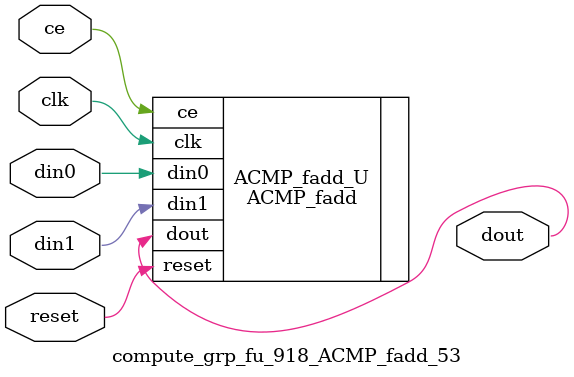
<source format=v>

`timescale 1 ns / 1 ps
module compute_grp_fu_918_ACMP_fadd_53(
    clk,
    reset,
    ce,
    din0,
    din1,
    dout);

parameter ID = 32'd1;
parameter NUM_STAGE = 32'd1;
parameter din0_WIDTH = 32'd1;
parameter din1_WIDTH = 32'd1;
parameter dout_WIDTH = 32'd1;
input clk;
input reset;
input ce;
input[din0_WIDTH - 1:0] din0;
input[din1_WIDTH - 1:0] din1;
output[dout_WIDTH - 1:0] dout;



ACMP_fadd #(
.ID( ID ),
.NUM_STAGE( 4 ),
.din0_WIDTH( din0_WIDTH ),
.din1_WIDTH( din1_WIDTH ),
.dout_WIDTH( dout_WIDTH ))
ACMP_fadd_U(
    .clk( clk ),
    .reset( reset ),
    .ce( ce ),
    .din0( din0 ),
    .din1( din1 ),
    .dout( dout ));

endmodule

</source>
